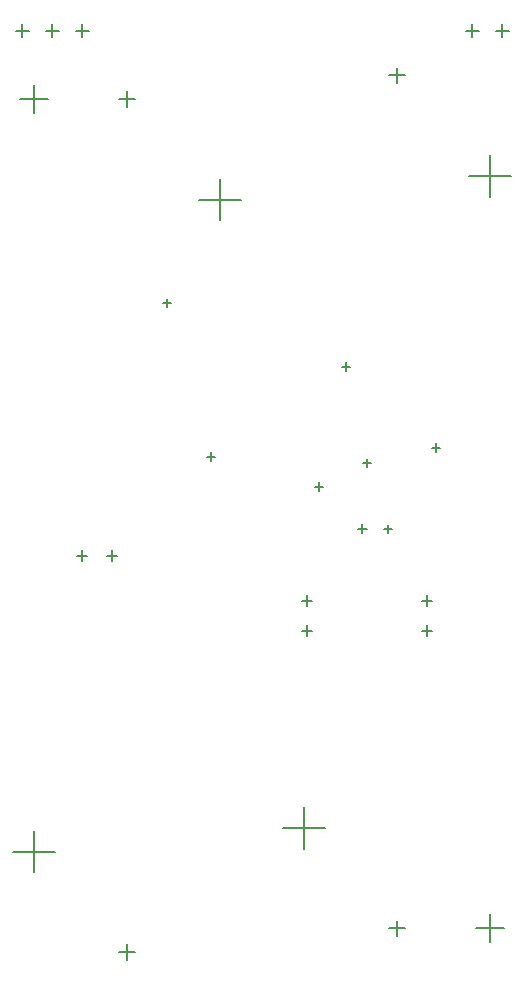
<source format=gbr>
%TF.GenerationSoftware,Altium Limited,Altium Designer,20.0.13 (296)*%
G04 Layer_Color=128*
%FSLAX26Y26*%
%MOIN*%
%TF.FileFunction,Drillmap*%
%TF.Part,Single*%
G01*
G75*
%TA.AperFunction,NonConductor*%
%ADD51C,0.005000*%
D51*
X1432284Y1300000D02*
X1467716D01*
X1450000Y1282284D02*
Y1317716D01*
X1432284Y1200000D02*
X1467716D01*
X1450000Y1182284D02*
Y1217716D01*
X78347Y3200000D02*
X121653D01*
X100000Y3178347D02*
Y3221653D01*
X178346Y3200000D02*
X221654D01*
X200000Y3178347D02*
Y3221653D01*
X278346Y3200000D02*
X321654D01*
X300000Y3178347D02*
Y3221653D01*
X1578347Y3200000D02*
X1621653D01*
X1600000Y3178347D02*
Y3221653D01*
X1678347Y3200000D02*
X1721653D01*
X1700000Y3178347D02*
Y3221653D01*
X1032284Y1200000D02*
X1067716D01*
X1050000Y1182284D02*
Y1217716D01*
X1032284Y1300000D02*
X1067716D01*
X1050000Y1282284D02*
Y1317716D01*
X382284Y1450000D02*
X417716D01*
X400000Y1432284D02*
Y1467716D01*
X282284Y1450000D02*
X317716D01*
X300000Y1432284D02*
Y1467716D01*
X1589961Y2715595D02*
X1729724D01*
X1659842Y2645713D02*
Y2785477D01*
X1324016Y3050634D02*
X1375984D01*
X1350000Y3024650D02*
Y3076618D01*
X1324016Y207327D02*
X1375984D01*
X1350000Y181343D02*
Y233311D01*
X1612795Y207327D02*
X1706890D01*
X1659842Y160280D02*
Y254374D01*
X970276Y542366D02*
X1110039D01*
X1040158Y472485D02*
Y612248D01*
X70276Y463386D02*
X210039D01*
X140157Y393504D02*
Y533268D01*
X424016Y128346D02*
X475984D01*
X450000Y102362D02*
Y154331D01*
X424016Y2971653D02*
X475984D01*
X450000Y2945669D02*
Y2997638D01*
X93110Y2971653D02*
X187205D01*
X140157Y2924606D02*
Y3018701D01*
X689961Y2636614D02*
X829724D01*
X759842Y2566732D02*
Y2706496D01*
X716000Y1780000D02*
X744000D01*
X730000Y1766000D02*
Y1794000D01*
X1236000Y1758902D02*
X1264000D01*
X1250000Y1744902D02*
Y1772902D01*
X1076000Y1680000D02*
X1104000D01*
X1090000Y1666000D02*
Y1694000D01*
X1166000Y2080000D02*
X1194000D01*
X1180000Y2066000D02*
Y2094000D01*
X1466000Y1810000D02*
X1494000D01*
X1480000Y1796000D02*
Y1824000D01*
X1220000Y1540000D02*
X1248000D01*
X1234000Y1526000D02*
Y1554000D01*
X1305000Y1538000D02*
X1333000D01*
X1319000Y1524000D02*
Y1552000D01*
X569000Y2292000D02*
X597000D01*
X583000Y2278000D02*
Y2306000D01*
%TF.MD5,e01c3a755258728fd05d5e91ad9d234c*%
M02*

</source>
